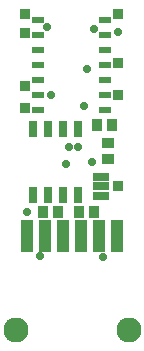
<source format=gbr>
G04 EAGLE Gerber X2 export*
%TF.Part,Single*%
%TF.FileFunction,Soldermask,Bot,1*%
%TF.FilePolarity,Negative*%
%TF.GenerationSoftware,Autodesk,EAGLE,9.0.1*%
%TF.CreationDate,2018-09-05T19:34:14Z*%
G75*
%MOMM*%
%FSLAX34Y34*%
%LPD*%
%AMOC8*
5,1,8,0,0,1.08239X$1,22.5*%
G01*
%ADD10C,2.127000*%
%ADD11R,1.027000X0.827000*%
%ADD12R,1.127000X0.627000*%
%ADD13R,0.827000X1.027000*%
%ADD14R,1.127000X2.667000*%
%ADD15R,0.727000X1.327000*%
%ADD16R,0.877000X0.877000*%
%ADD17R,1.397000X0.762000*%
%ADD18C,0.731000*%


D10*
X0Y67500D03*
X95250Y67500D03*
D11*
X78105Y225575D03*
X78105Y212575D03*
D12*
X18240Y292100D03*
X18240Y279400D03*
X18240Y266700D03*
X18240Y254000D03*
X18240Y304800D03*
X18240Y317500D03*
X18240Y330200D03*
X75740Y330200D03*
X75740Y317500D03*
X75740Y304800D03*
X75740Y292100D03*
X75740Y279400D03*
X75740Y266700D03*
X75740Y254000D03*
D13*
X81430Y241300D03*
X68430Y241300D03*
D14*
X85090Y147320D03*
X69850Y147320D03*
X54610Y147320D03*
X24130Y147320D03*
X39370Y147320D03*
X8890Y147320D03*
D15*
X13970Y237550D03*
X26670Y237550D03*
X39370Y237550D03*
X52070Y237550D03*
X52070Y181550D03*
X39370Y181550D03*
X26670Y181550D03*
X13970Y181550D03*
D16*
X86360Y335280D03*
X7620Y335280D03*
X86360Y293370D03*
X7620Y255270D03*
X86360Y266700D03*
X7620Y274320D03*
X86360Y189230D03*
X7620Y318770D03*
D13*
X35710Y167640D03*
X22710Y167640D03*
X53190Y167640D03*
X66190Y167640D03*
D17*
X72018Y181256D03*
X72018Y189384D03*
X72018Y197512D03*
D18*
X26363Y323779D03*
X52070Y222250D03*
X64135Y210081D03*
X86360Y320040D03*
X57884Y257157D03*
X29516Y266700D03*
X8890Y167640D03*
X59690Y288290D03*
X66040Y322496D03*
X41910Y208280D03*
X73660Y129766D03*
X20320Y130076D03*
X44450Y222250D03*
M02*

</source>
